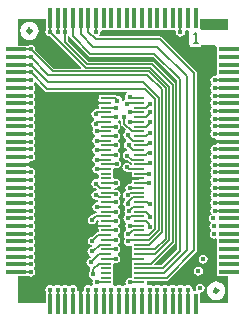
<source format=gtl>
G04*
G04 #@! TF.GenerationSoftware,Altium Limited,Altium Designer,21.7.2 (23)*
G04*
G04 Layer_Physical_Order=1*
G04 Layer_Color=255*
%FSAX44Y44*%
%MOMM*%
G71*
G04*
G04 #@! TF.SameCoordinates,1C098217-63CA-4160-87A2-FAF5BDA99962*
G04*
G04*
G04 #@! TF.FilePolarity,Positive*
G04*
G01*
G75*
%ADD12C,0.1500*%
%ADD13R,0.9500X0.2000*%
%ADD14R,1.8000X0.3500*%
%ADD15R,0.3500X1.8000*%
%ADD20C,0.3000*%
%ADD21C,0.2000*%
%ADD22C,0.4500*%
G36*
X00920750Y00589000D02*
X00898070Y00589000D01*
Y00590008D01*
X00896750D01*
Y00598500D01*
X00920750D01*
Y00589000D01*
D02*
G37*
G36*
X00886761Y00589000D02*
X00888031Y00587730D01*
X00888031Y00576500D01*
X00889071D01*
Y00575011D01*
X00898070D01*
Y00576500D01*
X00910187Y00576500D01*
X00911250Y00575230D01*
Y00570770D01*
X00911250Y00569500D01*
X00911250D01*
Y00569500D01*
X00911250D01*
Y00564270D01*
X00911250Y00563000D01*
X00911250D01*
Y00563000D01*
X00911250D01*
Y00557770D01*
X00911250Y00556500D01*
X00911250D01*
Y00556500D01*
X00911250D01*
Y00551570D01*
X00909980Y00550528D01*
X00909750Y00550574D01*
X00908287Y00550283D01*
X00907046Y00549454D01*
X00906218Y00548214D01*
X00905927Y00546750D01*
X00906218Y00545287D01*
X00906846Y00544347D01*
X00906968Y00543500D01*
X00906846Y00542653D01*
X00906218Y00541713D01*
X00905927Y00540250D01*
X00906218Y00538787D01*
X00906846Y00537847D01*
X00906968Y00537000D01*
X00906846Y00536153D01*
X00906218Y00535213D01*
X00905927Y00533750D01*
X00906218Y00532287D01*
X00906846Y00531347D01*
X00906968Y00530500D01*
X00906846Y00529653D01*
X00906218Y00528713D01*
X00905927Y00527250D01*
X00906218Y00525787D01*
X00906846Y00524847D01*
X00906968Y00524000D01*
X00906846Y00523153D01*
X00906218Y00522213D01*
X00905927Y00520750D01*
X00906218Y00519287D01*
X00906846Y00518347D01*
X00906968Y00517500D01*
X00906846Y00516653D01*
X00906218Y00515713D01*
X00905927Y00514250D01*
X00906218Y00512787D01*
X00906846Y00511847D01*
X00906968Y00511000D01*
X00906846Y00510153D01*
X00906218Y00509213D01*
X00905927Y00507750D01*
X00906218Y00506287D01*
X00906846Y00505347D01*
X00906968Y00504500D01*
X00906846Y00503653D01*
X00906218Y00502713D01*
X00905927Y00501250D01*
X00906218Y00499787D01*
X00907046Y00498547D01*
X00908287Y00497718D01*
X00909750Y00497427D01*
X00909768Y00497430D01*
X00910750Y00496625D01*
Y00495750D01*
X00921750D01*
Y00493750D01*
X00910750D01*
Y00492876D01*
X00909768Y00492070D01*
X00909750Y00492074D01*
X00908287Y00491783D01*
X00907046Y00490954D01*
X00906218Y00489713D01*
X00905927Y00488250D01*
X00906218Y00486787D01*
X00906846Y00485847D01*
X00906968Y00485000D01*
X00906846Y00484153D01*
X00906218Y00483213D01*
X00905927Y00481750D01*
X00906218Y00480287D01*
X00906846Y00479347D01*
X00906968Y00478500D01*
X00906846Y00477653D01*
X00906218Y00476713D01*
X00905927Y00475250D01*
X00906218Y00473787D01*
X00906846Y00472847D01*
X00906968Y00472000D01*
X00906846Y00471153D01*
X00906218Y00470213D01*
X00905927Y00468750D01*
X00906218Y00467287D01*
X00906846Y00466347D01*
X00906968Y00465500D01*
X00906846Y00464653D01*
X00906218Y00463713D01*
X00905927Y00462250D01*
X00906218Y00460787D01*
X00906846Y00459847D01*
X00906968Y00459000D01*
X00906846Y00458153D01*
X00906218Y00457213D01*
X00905927Y00455750D01*
X00906218Y00454287D01*
X00906846Y00453347D01*
X00906968Y00452500D01*
X00906846Y00451653D01*
X00906218Y00450713D01*
X00905927Y00449250D01*
X00906218Y00447787D01*
X00906846Y00446847D01*
X00906968Y00446000D01*
X00906846Y00445153D01*
X00906218Y00444213D01*
X00905927Y00442750D01*
X00906218Y00441287D01*
X00906846Y00440347D01*
X00906968Y00439500D01*
X00906846Y00438653D01*
X00906218Y00437713D01*
X00905927Y00436250D01*
X00906218Y00434787D01*
X00906514Y00434344D01*
X00906952Y00433455D01*
X00906190Y00432716D01*
X00905796Y00432454D01*
X00904968Y00431213D01*
X00904677Y00429750D01*
X00904968Y00428287D01*
X00905791Y00427055D01*
X00906050Y00426650D01*
Y00425701D01*
X00905221Y00424460D01*
X00904930Y00422997D01*
X00905221Y00421534D01*
X00906050Y00420294D01*
X00906061Y00420287D01*
X00906092Y00418738D01*
X00905468Y00417803D01*
X00905177Y00416340D01*
X00905468Y00414877D01*
X00906296Y00413636D01*
X00907537Y00412808D01*
X00909000Y00412516D01*
X00909980Y00412711D01*
X00911250Y00411922D01*
Y00408270D01*
X00911250Y00407000D01*
X00911250D01*
Y00407000D01*
X00911250D01*
Y00401770D01*
X00911250Y00400500D01*
X00911250D01*
Y00400500D01*
X00911250D01*
Y00395270D01*
X00911250Y00394000D01*
X00911250D01*
Y00394000D01*
X00911250D01*
Y00388770D01*
X00911250Y00387500D01*
X00911250D01*
Y00387500D01*
X00911250D01*
Y00381000D01*
X00920750D01*
Y00358500D01*
X00896750D01*
Y00366516D01*
X00897250Y00366926D01*
X00898713Y00367218D01*
X00899954Y00368046D01*
X00900782Y00369287D01*
X00901073Y00370750D01*
X00900782Y00372213D01*
X00899954Y00373454D01*
X00898713Y00374282D01*
X00897250Y00374573D01*
X00895787Y00374282D01*
X00894546Y00373454D01*
X00893718Y00372213D01*
X00893427Y00370750D01*
X00893718Y00369287D01*
X00893729Y00369270D01*
X00893050Y00368000D01*
X00891820D01*
X00890778Y00369270D01*
X00890824Y00369500D01*
X00890533Y00370963D01*
X00889704Y00372203D01*
X00888463Y00373032D01*
X00887000Y00373323D01*
X00885537Y00373032D01*
X00884297Y00372203D01*
X00883204D01*
X00881963Y00373032D01*
X00880500Y00373323D01*
X00879037Y00373032D01*
X00877797Y00372203D01*
X00876704D01*
X00875463Y00373032D01*
X00874000Y00373323D01*
X00872537Y00373032D01*
X00871297Y00372203D01*
X00870204D01*
X00868963Y00373032D01*
X00867500Y00373323D01*
X00866037Y00373032D01*
X00864797Y00372203D01*
X00863704D01*
X00862463Y00373032D01*
X00861000Y00373323D01*
X00859537Y00373032D01*
X00858297Y00372203D01*
X00857204D01*
X00855963Y00373032D01*
X00854500Y00373323D01*
X00853420Y00373109D01*
X00852398Y00373706D01*
X00852150Y00373967D01*
Y00376951D01*
X00854050D01*
X00854050Y00376951D01*
X00869000D01*
X00869976Y00377145D01*
X00870803Y00377698D01*
X00894052Y00400948D01*
X00894605Y00401774D01*
X00894799Y00402750D01*
Y00552519D01*
X00894605Y00553494D01*
X00894052Y00554321D01*
X00865305Y00583069D01*
X00864478Y00583622D01*
X00863502Y00583816D01*
X00812459D01*
X00812252Y00584084D01*
X00811897Y00585086D01*
X00812532Y00586037D01*
X00812823Y00587500D01*
X00812777Y00587730D01*
X00813820Y00589000D01*
X00817480D01*
X00818750Y00589000D01*
Y00589000D01*
X00818750D01*
Y00589000D01*
X00823980D01*
X00825250Y00589000D01*
Y00589000D01*
X00825250D01*
Y00589000D01*
X00830480D01*
X00831750Y00589000D01*
Y00589000D01*
X00831750D01*
Y00589000D01*
X00836980D01*
X00838250Y00589000D01*
Y00589000D01*
X00838250D01*
Y00589000D01*
X00843480D01*
X00844750Y00589000D01*
Y00589000D01*
X00844750D01*
Y00589000D01*
X00849980D01*
X00851250Y00589000D01*
Y00589000D01*
X00851250D01*
Y00589000D01*
X00856480D01*
X00857750Y00589000D01*
Y00589000D01*
X00857750D01*
Y00589000D01*
X00862980D01*
X00864250Y00589000D01*
Y00589000D01*
X00864250D01*
Y00589000D01*
X00869480D01*
X00870750Y00589000D01*
Y00589000D01*
X00870750D01*
Y00589000D01*
X00875680D01*
X00876722Y00587730D01*
X00876676Y00587500D01*
X00876968Y00586037D01*
X00877796Y00584796D01*
X00879037Y00583968D01*
X00880500Y00583677D01*
X00881963Y00583968D01*
X00883204Y00584796D01*
X00884032Y00586037D01*
X00884323Y00587500D01*
X00884278Y00587730D01*
X00885320Y00589000D01*
X00886761D01*
D02*
G37*
G36*
X00766750Y00589386D02*
X00766467Y00588963D01*
X00766176Y00587500D01*
X00766467Y00586037D01*
X00767296Y00584796D01*
X00768537Y00583968D01*
X00770000Y00583677D01*
X00770483Y00583773D01*
X00796538Y00557717D01*
X00796052Y00556544D01*
X00773200D01*
X00757477Y00572267D01*
X00757573Y00572750D01*
X00757282Y00574213D01*
X00756454Y00575454D01*
X00755213Y00576282D01*
X00753750Y00576573D01*
X00752287Y00576282D01*
X00751864Y00576000D01*
X00742750D01*
Y00598500D01*
X00766750D01*
Y00589386D01*
D02*
G37*
G36*
X00766128Y00537628D02*
X00766872Y00537131D01*
X00767750Y00536956D01*
X00767750Y00536956D01*
X00834930D01*
X00835132Y00536707D01*
X00834875Y00535009D01*
X00834797Y00534956D01*
X00833968Y00533716D01*
X00833677Y00532253D01*
X00833945Y00530904D01*
X00833537Y00529782D01*
X00832296Y00528954D01*
X00832243Y00528874D01*
X00831047Y00529369D01*
X00831073Y00529502D01*
X00830782Y00530966D01*
X00829953Y00532206D01*
X00828713Y00533035D01*
X00827250Y00533326D01*
X00827067Y00533290D01*
X00827055Y00533302D01*
X00826228Y00533855D01*
X00825252Y00534049D01*
X00817600D01*
X00817354Y00534000D01*
X00811350D01*
Y00530500D01*
X00810850D01*
Y00528500D01*
X00817600D01*
Y00526500D01*
X00810850D01*
Y00524500D01*
X00811350D01*
Y00522049D01*
X00809450D01*
X00809291Y00522017D01*
X00808999Y00522075D01*
X00807536Y00521784D01*
X00806295Y00520956D01*
X00805467Y00519715D01*
X00805175Y00518252D01*
X00805467Y00516789D01*
X00806295Y00515548D01*
X00807536Y00514720D01*
X00807763Y00513379D01*
X00807647Y00513302D01*
X00807414Y00512952D01*
X00806295Y00512205D01*
X00805467Y00510965D01*
X00805175Y00509501D01*
X00805467Y00508038D01*
X00806295Y00506798D01*
X00806384Y00505211D01*
X00806218Y00504963D01*
X00805927Y00503500D01*
X00806218Y00502037D01*
X00807046Y00500796D01*
X00807931Y00500205D01*
X00807986Y00500024D01*
Y00498975D01*
X00807931Y00498794D01*
X00807046Y00498204D01*
X00806218Y00496963D01*
X00805927Y00495500D01*
X00806218Y00494037D01*
X00807046Y00492796D01*
X00807931Y00492206D01*
X00807986Y00492024D01*
Y00490975D01*
X00807931Y00490794D01*
X00807046Y00490204D01*
X00806218Y00488963D01*
X00805927Y00487500D01*
X00806218Y00486037D01*
X00807046Y00484796D01*
X00807931Y00484206D01*
X00807986Y00484024D01*
Y00482976D01*
X00807931Y00482794D01*
X00807046Y00482203D01*
X00806218Y00480963D01*
X00805927Y00479500D01*
X00806218Y00478037D01*
X00807046Y00476796D01*
X00807931Y00476205D01*
X00807986Y00476024D01*
Y00474976D01*
X00807931Y00474794D01*
X00807046Y00474203D01*
X00806218Y00472963D01*
X00805927Y00471500D01*
X00806218Y00470037D01*
X00807046Y00468796D01*
X00808287Y00467967D01*
X00809750Y00467677D01*
X00810080Y00467742D01*
X00811350Y00466700D01*
Y00463599D01*
X00810080Y00462857D01*
X00808999Y00463073D01*
X00807536Y00462781D01*
X00806295Y00461953D01*
X00805467Y00460712D01*
X00805175Y00459249D01*
X00805467Y00457786D01*
X00806295Y00456545D01*
X00807536Y00455717D01*
X00808650Y00455495D01*
X00809658Y00454487D01*
X00809032Y00453317D01*
X00809000Y00453323D01*
X00807537Y00453032D01*
X00806296Y00452204D01*
X00805468Y00450963D01*
X00805177Y00449500D01*
X00805468Y00448037D01*
X00806296Y00446796D01*
X00807537Y00445968D01*
X00809000Y00445677D01*
X00809534Y00445783D01*
X00809619Y00445698D01*
X00810446Y00445145D01*
X00810624Y00444305D01*
X00809883Y00443473D01*
X00809646Y00443303D01*
X00808287Y00443032D01*
X00807046Y00442204D01*
X00806218Y00440963D01*
X00805927Y00439500D01*
X00806218Y00438037D01*
X00807046Y00436796D01*
X00808287Y00435968D01*
X00809400Y00435746D01*
X00810136Y00434844D01*
X00810299Y00434491D01*
X00810141Y00434049D01*
X00808751D01*
X00807776Y00433855D01*
X00806949Y00433302D01*
X00805931Y00432285D01*
X00805749Y00432321D01*
X00804286Y00432030D01*
X00803045Y00431201D01*
X00802216Y00429961D01*
X00801925Y00428498D01*
X00802216Y00427034D01*
X00803045Y00425794D01*
X00804286Y00424965D01*
X00805749Y00424674D01*
X00807212Y00424965D01*
X00808452Y00425794D01*
X00809281Y00427034D01*
X00809398Y00427622D01*
X00810813Y00428228D01*
X00811350Y00427889D01*
Y00426500D01*
X00810850D01*
Y00424500D01*
X00817600D01*
Y00422500D01*
X00810850D01*
Y00420500D01*
X00811350D01*
Y00418049D01*
X00811002D01*
X00810027Y00417855D01*
X00809200Y00417302D01*
X00806181Y00414284D01*
X00805999Y00414320D01*
X00804536Y00414029D01*
X00803295Y00413200D01*
X00802466Y00411960D01*
X00802175Y00410497D01*
X00802466Y00409034D01*
X00803295Y00407793D01*
X00804536Y00406964D01*
X00805275Y00406817D01*
Y00405522D01*
X00804069Y00405282D01*
X00802829Y00404454D01*
X00802000Y00403213D01*
X00801709Y00401750D01*
X00802000Y00400287D01*
X00802829Y00399046D01*
X00804069Y00398218D01*
X00804088Y00398200D01*
X00804567Y00396824D01*
X00804145Y00396235D01*
X00803287Y00396065D01*
X00802046Y00395236D01*
X00801218Y00393995D01*
X00800927Y00392532D01*
X00801218Y00391069D01*
X00802046Y00389829D01*
X00803287Y00389000D01*
X00803644Y00388929D01*
X00804148Y00388149D01*
X00804341Y00387495D01*
X00804201Y00386791D01*
Y00385057D01*
X00804046Y00384954D01*
X00803218Y00383713D01*
X00802927Y00382250D01*
X00803218Y00380787D01*
X00804046Y00379546D01*
X00805287Y00378718D01*
X00805795Y00378616D01*
X00806379Y00377205D01*
X00806218Y00376963D01*
X00805927Y00375500D01*
X00806218Y00374037D01*
X00806360Y00373824D01*
X00806077Y00372583D01*
X00805031Y00372319D01*
X00803963Y00373032D01*
X00802500Y00373323D01*
X00801037Y00373032D01*
X00799797Y00372203D01*
X00798968Y00370963D01*
X00798677Y00369500D01*
X00798680Y00369482D01*
X00797875Y00368500D01*
X00797000D01*
Y00357500D01*
X00795000D01*
Y00368500D01*
X00794126D01*
X00793320Y00369482D01*
X00793324Y00369500D01*
X00793032Y00370963D01*
X00792204Y00372203D01*
X00790963Y00373032D01*
X00789500Y00373323D01*
X00788037Y00373032D01*
X00786796Y00372203D01*
X00785704D01*
X00784463Y00373032D01*
X00783000Y00373323D01*
X00781537Y00373032D01*
X00780296Y00372203D01*
X00779204D01*
X00777963Y00373032D01*
X00776500Y00373323D01*
X00775037Y00373032D01*
X00773796Y00372203D01*
X00772704D01*
X00771463Y00373032D01*
X00770000Y00373323D01*
X00768537Y00373032D01*
X00767296Y00372203D01*
X00766468Y00370963D01*
X00766177Y00369500D01*
X00766468Y00368037D01*
X00766750Y00367614D01*
Y00358500D01*
X00742750D01*
Y00381000D01*
X00751864D01*
X00752287Y00380717D01*
X00753750Y00380426D01*
X00755213Y00380717D01*
X00756454Y00381546D01*
X00757282Y00382786D01*
X00757573Y00384250D01*
X00757282Y00385713D01*
X00756654Y00386653D01*
X00756532Y00387500D01*
X00756654Y00388346D01*
X00757282Y00389286D01*
X00757573Y00390750D01*
X00757282Y00392213D01*
X00756654Y00393153D01*
X00756532Y00394000D01*
X00756654Y00394846D01*
X00757282Y00395787D01*
X00757573Y00397250D01*
X00757282Y00398713D01*
X00756654Y00399653D01*
X00756532Y00400500D01*
X00756654Y00401347D01*
X00757282Y00402286D01*
X00757573Y00403750D01*
X00757282Y00405213D01*
X00756654Y00406153D01*
X00756532Y00407000D01*
X00756654Y00407846D01*
X00757282Y00408787D01*
X00757573Y00410250D01*
X00757282Y00411713D01*
X00756654Y00412653D01*
X00756532Y00413500D01*
X00756654Y00414347D01*
X00757282Y00415286D01*
X00757573Y00416750D01*
X00757282Y00418213D01*
X00756654Y00419153D01*
X00756532Y00420000D01*
X00756654Y00420847D01*
X00757282Y00421786D01*
X00757573Y00423250D01*
X00757282Y00424713D01*
X00756654Y00425653D01*
X00756532Y00426500D01*
X00756654Y00427347D01*
X00757282Y00428287D01*
X00757573Y00429750D01*
X00757282Y00431213D01*
X00756654Y00432153D01*
X00756532Y00433000D01*
X00756654Y00433847D01*
X00757282Y00434787D01*
X00757573Y00436250D01*
X00757282Y00437713D01*
X00756654Y00438653D01*
X00756532Y00439500D01*
X00756654Y00440347D01*
X00757282Y00441287D01*
X00757573Y00442750D01*
X00757282Y00444213D01*
X00756654Y00445153D01*
X00756532Y00446000D01*
X00756654Y00446847D01*
X00757282Y00447787D01*
X00757573Y00449250D01*
X00757282Y00450713D01*
X00756654Y00451653D01*
X00756532Y00452500D01*
X00756654Y00453347D01*
X00757282Y00454287D01*
X00757573Y00455750D01*
X00757282Y00457213D01*
X00756654Y00458153D01*
X00756532Y00459000D01*
X00756654Y00459847D01*
X00757282Y00460787D01*
X00757573Y00462250D01*
X00757282Y00463713D01*
X00756654Y00464653D01*
X00756532Y00465500D01*
X00756654Y00466347D01*
X00757282Y00467287D01*
X00757573Y00468750D01*
X00757282Y00470213D01*
X00756454Y00471453D01*
X00755213Y00472282D01*
X00753750Y00472573D01*
X00753732Y00472570D01*
X00752750Y00473375D01*
Y00474250D01*
X00741750D01*
Y00476250D01*
X00752750D01*
Y00477124D01*
X00753732Y00477930D01*
X00753750Y00477926D01*
X00755213Y00478217D01*
X00756454Y00479046D01*
X00757282Y00480287D01*
X00757573Y00481750D01*
X00757282Y00483213D01*
X00756654Y00484153D01*
X00756532Y00485000D01*
X00756654Y00485847D01*
X00757282Y00486787D01*
X00757573Y00488250D01*
X00757282Y00489713D01*
X00756654Y00490653D01*
X00756532Y00491500D01*
X00756654Y00492347D01*
X00757282Y00493287D01*
X00757573Y00494750D01*
X00757282Y00496213D01*
X00756654Y00497153D01*
X00756532Y00498000D01*
X00756654Y00498847D01*
X00757282Y00499787D01*
X00757573Y00501250D01*
X00757282Y00502713D01*
X00756654Y00503653D01*
X00756532Y00504500D01*
X00756654Y00505347D01*
X00757282Y00506287D01*
X00757573Y00507750D01*
X00757282Y00509213D01*
X00756654Y00510153D01*
X00756532Y00511000D01*
X00756654Y00511847D01*
X00757282Y00512787D01*
X00757573Y00514250D01*
X00757282Y00515713D01*
X00756654Y00516653D01*
X00756532Y00517500D01*
X00756654Y00518347D01*
X00757282Y00519287D01*
X00757573Y00520750D01*
X00757282Y00522213D01*
X00756654Y00523153D01*
X00756532Y00524000D01*
X00756654Y00524847D01*
X00757282Y00525787D01*
X00757573Y00527250D01*
X00757282Y00528713D01*
X00756654Y00529653D01*
X00756532Y00530500D01*
X00756654Y00531347D01*
X00757282Y00532287D01*
X00757573Y00533750D01*
X00757282Y00535213D01*
X00756654Y00536153D01*
X00756532Y00537000D01*
X00756654Y00537847D01*
X00757282Y00538787D01*
X00757573Y00540250D01*
X00757282Y00541713D01*
X00756654Y00542653D01*
X00756532Y00543500D01*
X00756654Y00544347D01*
X00757038Y00544921D01*
X00758477Y00545279D01*
X00766128Y00537628D01*
D02*
G37*
G36*
X00829727Y00512624D02*
X00830451Y00511892D01*
Y00509858D01*
X00830645Y00508882D01*
X00831198Y00508055D01*
X00834224Y00505029D01*
X00833970Y00503487D01*
X00833359Y00503078D01*
X00832530Y00501838D01*
X00832239Y00500375D01*
X00832530Y00498912D01*
X00833359Y00497671D01*
X00834599Y00496842D01*
X00834870Y00496344D01*
X00835161Y00495127D01*
X00833920Y00494298D01*
X00833092Y00493058D01*
X00832801Y00491595D01*
X00833092Y00490132D01*
X00833920Y00488891D01*
X00835161Y00488062D01*
X00835445Y00488006D01*
Y00486711D01*
X00834237Y00486471D01*
X00832997Y00485642D01*
X00832168Y00484401D01*
X00831877Y00482938D01*
X00832168Y00481475D01*
X00832997Y00480235D01*
X00834237Y00479406D01*
X00835700Y00479115D01*
X00835882Y00479151D01*
X00837336Y00477697D01*
X00838163Y00477145D01*
X00839138Y00476951D01*
X00839650D01*
Y00475451D01*
X00838380Y00475065D01*
X00837954Y00475704D01*
X00836713Y00476532D01*
X00835250Y00476823D01*
X00833787Y00476532D01*
X00832546Y00475704D01*
X00831718Y00474463D01*
X00831427Y00473000D01*
X00831718Y00471537D01*
X00832546Y00470296D01*
X00833787Y00469468D01*
X00835250Y00469177D01*
X00835618Y00469250D01*
X00835775Y00469145D01*
X00836750Y00468951D01*
X00839650D01*
Y00466500D01*
X00839150D01*
Y00464500D01*
X00845900D01*
Y00462500D01*
X00839150D01*
Y00460500D01*
X00839150Y00460500D01*
Y00460500D01*
X00838681Y00459424D01*
X00838380Y00459198D01*
X00837750Y00459323D01*
X00836287Y00459032D01*
X00835046Y00458204D01*
X00834218Y00456963D01*
X00833927Y00455500D01*
X00834142Y00454418D01*
X00834318Y00453158D01*
X00833078Y00452329D01*
X00832249Y00451089D01*
X00831958Y00449626D01*
X00832249Y00448163D01*
X00833078Y00446922D01*
X00833540Y00446614D01*
Y00445086D01*
X00833390Y00444986D01*
X00832562Y00443746D01*
X00832271Y00442283D01*
X00832562Y00440820D01*
X00833390Y00439579D01*
X00833506Y00439502D01*
X00833660Y00437872D01*
X00833218Y00437211D01*
X00832927Y00435748D01*
X00833218Y00434285D01*
X00833384Y00434037D01*
X00833297Y00432451D01*
X00832468Y00431211D01*
X00832177Y00429748D01*
X00832468Y00428284D01*
X00833297Y00427044D01*
X00833839Y00426682D01*
X00834288Y00425068D01*
X00834218Y00424963D01*
X00833927Y00423500D01*
X00834218Y00422037D01*
X00834850Y00421090D01*
X00834810Y00420251D01*
X00834532Y00419612D01*
X00833546Y00418954D01*
X00832718Y00417713D01*
X00832427Y00416250D01*
X00832718Y00414787D01*
X00833192Y00414077D01*
X00833528Y00413452D01*
X00833288Y00412192D01*
X00832968Y00411713D01*
X00832677Y00410250D01*
X00832968Y00408787D01*
X00833796Y00407546D01*
X00835037Y00406718D01*
X00836500Y00406427D01*
X00837963Y00406718D01*
X00838380Y00406996D01*
X00839650Y00406317D01*
Y00398500D01*
X00839150D01*
Y00396500D01*
X00845900D01*
Y00394500D01*
X00839150D01*
Y00392500D01*
X00839650D01*
Y00380152D01*
X00838380Y00379198D01*
X00837750Y00379324D01*
X00836287Y00379033D01*
X00835046Y00378204D01*
X00834218Y00376963D01*
X00833927Y00375500D01*
X00834218Y00374037D01*
X00834094Y00373739D01*
X00833416Y00372951D01*
X00832297Y00372203D01*
X00831204D01*
X00829963Y00373032D01*
X00828500Y00373323D01*
X00827037Y00373032D01*
X00825862Y00372248D01*
X00825184Y00372258D01*
X00824325Y00372595D01*
X00824212Y00372686D01*
X00823850Y00373746D01*
Y00381000D01*
Y00390848D01*
X00825120Y00391802D01*
X00825750Y00391677D01*
X00827213Y00391968D01*
X00828454Y00392797D01*
X00829282Y00394037D01*
X00829573Y00395500D01*
X00829282Y00396963D01*
X00828454Y00398204D01*
X00827569Y00398795D01*
X00827514Y00398976D01*
Y00400024D01*
X00827569Y00400206D01*
X00828454Y00400797D01*
X00829282Y00402037D01*
X00829573Y00403500D01*
X00829282Y00404963D01*
X00828454Y00406204D01*
X00827569Y00406795D01*
X00827514Y00406976D01*
Y00408024D01*
X00827569Y00408206D01*
X00828454Y00408797D01*
X00829282Y00410037D01*
X00829573Y00411500D01*
X00829282Y00412963D01*
X00828454Y00414204D01*
X00827569Y00414795D01*
X00827514Y00414976D01*
Y00416025D01*
X00827569Y00416206D01*
X00828454Y00416796D01*
X00829282Y00418037D01*
X00829573Y00419500D01*
X00829282Y00420963D01*
X00828454Y00422204D01*
X00827569Y00422794D01*
X00827514Y00422976D01*
Y00424025D01*
X00827569Y00424206D01*
X00828454Y00424796D01*
X00829282Y00426037D01*
X00829573Y00427500D01*
X00829282Y00428963D01*
X00828454Y00430204D01*
X00827569Y00430794D01*
X00827514Y00430976D01*
Y00432024D01*
X00827569Y00432206D01*
X00828454Y00432796D01*
X00829282Y00434037D01*
X00829573Y00435500D01*
X00829282Y00436963D01*
X00828454Y00438204D01*
X00827569Y00438794D01*
X00827514Y00438976D01*
Y00440024D01*
X00827569Y00440206D01*
X00828454Y00440796D01*
X00829282Y00442037D01*
X00829573Y00443500D01*
X00829282Y00444963D01*
X00828454Y00446204D01*
X00828948Y00447400D01*
X00829708Y00448537D01*
X00829999Y00450000D01*
X00829708Y00451463D01*
X00828879Y00452704D01*
X00827638Y00453532D01*
X00826175Y00453823D01*
X00825286Y00453647D01*
X00824974Y00453855D01*
X00824712Y00453907D01*
X00824509Y00454799D01*
X00825515Y00455723D01*
X00825750Y00455676D01*
X00827213Y00455968D01*
X00828454Y00456796D01*
X00829282Y00458037D01*
X00829573Y00459500D01*
X00829282Y00460963D01*
X00828454Y00462203D01*
X00827213Y00463032D01*
X00825750Y00463323D01*
X00825120Y00463198D01*
X00823850Y00464152D01*
Y00471733D01*
X00825005Y00472448D01*
X00825120Y00472451D01*
X00826500Y00472176D01*
X00827963Y00472467D01*
X00829203Y00473296D01*
X00830032Y00474537D01*
X00830323Y00476000D01*
X00830032Y00477463D01*
X00829203Y00478703D01*
X00828405Y00479237D01*
X00828274Y00480559D01*
X00828318Y00480706D01*
X00828454Y00480796D01*
X00829282Y00482037D01*
X00829573Y00483500D01*
X00829282Y00484963D01*
X00828454Y00486203D01*
X00827569Y00486794D01*
X00827514Y00486976D01*
Y00488024D01*
X00827569Y00488205D01*
X00828454Y00488796D01*
X00829282Y00490037D01*
X00829573Y00491500D01*
X00829282Y00492963D01*
X00828454Y00494203D01*
X00827569Y00494794D01*
X00827514Y00494976D01*
Y00496024D01*
X00827569Y00496205D01*
X00828454Y00496796D01*
X00829282Y00498037D01*
X00829573Y00499500D01*
X00829282Y00500963D01*
X00828454Y00502203D01*
X00827569Y00502794D01*
X00827514Y00502976D01*
Y00504024D01*
X00827569Y00504206D01*
X00828454Y00504796D01*
X00829282Y00506037D01*
X00829573Y00507500D01*
X00829282Y00508963D01*
X00828454Y00510203D01*
X00827569Y00510794D01*
X00827514Y00510975D01*
Y00512024D01*
X00827569Y00512206D01*
X00828454Y00512796D01*
X00829727Y00512624D01*
D02*
G37*
G36*
X00787086Y00583319D02*
X00787145Y00583025D01*
X00787697Y00582198D01*
X00802448Y00567448D01*
X00803275Y00566895D01*
X00804250Y00566701D01*
X00857500D01*
X00877701Y00546500D01*
Y00403306D01*
X00864444Y00390049D01*
X00858859D01*
X00858373Y00391222D01*
X00875642Y00408491D01*
X00875642Y00408491D01*
X00876139Y00409235D01*
X00876314Y00410113D01*
Y00542572D01*
X00876139Y00543450D01*
X00875642Y00544194D01*
X00857964Y00561872D01*
X00857220Y00562369D01*
X00856342Y00562544D01*
X00802443D01*
X00785294Y00579693D01*
Y00583597D01*
X00785721Y00583903D01*
X00785758Y00583906D01*
X00787086Y00583319D01*
D02*
G37*
%LPC*%
G36*
X00899702Y00399020D02*
X00898239Y00398729D01*
X00896998Y00397900D01*
X00896169Y00396660D01*
X00895878Y00395196D01*
X00896169Y00393733D01*
X00896998Y00392493D01*
X00898239Y00391664D01*
X00899702Y00391373D01*
X00901165Y00391664D01*
X00902405Y00392493D01*
X00903234Y00393733D01*
X00903525Y00395196D01*
X00903234Y00396660D01*
X00902405Y00397900D01*
X00901165Y00398729D01*
X00899702Y00399020D01*
D02*
G37*
G36*
X00895750Y00388803D02*
X00894287Y00388512D01*
X00893046Y00387684D01*
X00892218Y00386443D01*
X00891927Y00384980D01*
X00892218Y00383517D01*
X00893046Y00382276D01*
X00894287Y00381448D01*
X00895750Y00381157D01*
X00897213Y00381448D01*
X00898454Y00382276D01*
X00899282Y00383517D01*
X00899573Y00384980D01*
X00899282Y00386443D01*
X00898454Y00387684D01*
X00897213Y00388512D01*
X00895750Y00388803D01*
D02*
G37*
G36*
X00910750Y00376317D02*
X00908727Y00376050D01*
X00906842Y00375270D01*
X00905223Y00374027D01*
X00903980Y00372408D01*
X00903199Y00370523D01*
X00902933Y00368500D01*
X00903199Y00366477D01*
X00903980Y00364591D01*
X00905223Y00362973D01*
X00906842Y00361730D01*
X00908727Y00360950D01*
X00910750Y00360683D01*
X00912773Y00360950D01*
X00914658Y00361730D01*
X00916277Y00362973D01*
X00917520Y00364591D01*
X00918300Y00366477D01*
X00918567Y00368500D01*
X00918300Y00370523D01*
X00917520Y00372408D01*
X00916277Y00374027D01*
X00914658Y00375270D01*
X00912773Y00376050D01*
X00910750Y00376317D01*
D02*
G37*
G36*
X00752750Y00596317D02*
X00750727Y00596050D01*
X00748842Y00595270D01*
X00747223Y00594027D01*
X00745980Y00592408D01*
X00745200Y00590523D01*
X00744933Y00588500D01*
X00745200Y00586477D01*
X00745980Y00584592D01*
X00747223Y00582973D01*
X00748842Y00581730D01*
X00750727Y00580950D01*
X00752750Y00580683D01*
X00754773Y00580950D01*
X00756658Y00581730D01*
X00758277Y00582973D01*
X00759520Y00584592D01*
X00760301Y00586477D01*
X00760567Y00588500D01*
X00760301Y00590523D01*
X00759520Y00592408D01*
X00758277Y00594027D01*
X00756658Y00595270D01*
X00754773Y00596050D01*
X00752750Y00596317D01*
D02*
G37*
%LPD*%
D12*
X00859020Y00420728D02*
Y00530698D01*
X00862020Y00419485D02*
Y00531941D01*
X00865020Y00418242D02*
Y00538844D01*
X00868020Y00412598D02*
Y00540087D01*
X00871020Y00411356D02*
Y00541329D01*
X00874020Y00410113D02*
Y00542572D01*
X00855347Y00391440D02*
X00874020Y00410113D01*
X00856342Y00560250D02*
X00874020Y00542572D01*
X00859164Y00399500D02*
X00871020Y00411356D01*
X00855099Y00557250D02*
X00871020Y00541329D01*
X00858922Y00403500D02*
X00868020Y00412598D01*
X00853857Y00554250D02*
X00868020Y00540087D01*
X00854278Y00407500D02*
X00865020Y00418242D01*
X00852614Y00551250D02*
X00865020Y00538844D01*
X00854035Y00411500D02*
X00862020Y00419485D01*
X00848711Y00545250D02*
X00862020Y00531941D01*
X00853793Y00415500D02*
X00859020Y00420728D01*
X00850469Y00539250D02*
X00859020Y00530698D01*
X00845900Y00407500D02*
X00854278D01*
X00768250Y00545250D02*
X00848711D01*
X00845900Y00411500D02*
X00854035D01*
X00767750Y00539250D02*
X00850469D01*
X00845900Y00415500D02*
X00853793D01*
X00845960Y00391440D02*
X00855347D01*
X00845900Y00403500D02*
X00858922D01*
X00845900Y00399500D02*
X00859164D01*
X00845900Y00391500D02*
X00845960Y00391440D01*
X00770000Y00587500D02*
X00800250Y00557250D01*
X00855099D01*
X00783000Y00578743D02*
Y00587500D01*
Y00578743D02*
X00801492Y00560250D01*
X00856342D01*
X00753750Y00572750D02*
X00772250Y00554250D01*
X00853857D01*
X00753750Y00559750D02*
X00768250Y00545250D01*
X00753750Y00566250D02*
X00768750Y00551250D01*
X00852614D01*
X00817600Y00423500D02*
X00817600Y00423500D01*
X00753750Y00553250D02*
X00767750Y00539250D01*
X00892071Y00578011D02*
X00895070D01*
X00893570D01*
Y00587008D01*
X00892071Y00585508D01*
D13*
X00817600Y00515500D02*
D03*
Y00511500D02*
D03*
Y00507500D02*
D03*
Y00531500D02*
D03*
Y00527500D02*
D03*
Y00523500D02*
D03*
Y00519500D02*
D03*
X00845900Y00515500D02*
D03*
Y00511500D02*
D03*
Y00507500D02*
D03*
Y00531500D02*
D03*
Y00527500D02*
D03*
Y00523500D02*
D03*
Y00519500D02*
D03*
Y00491500D02*
D03*
X00817600D02*
D03*
Y00495500D02*
D03*
X00845900D02*
D03*
X00817600Y00499500D02*
D03*
X00845900D02*
D03*
X00817600Y00503500D02*
D03*
X00845900D02*
D03*
Y00475500D02*
D03*
X00817600D02*
D03*
Y00479500D02*
D03*
X00845900D02*
D03*
X00817600Y00483500D02*
D03*
X00845900D02*
D03*
X00817600Y00487500D02*
D03*
X00845900D02*
D03*
Y00459500D02*
D03*
X00817600D02*
D03*
Y00463500D02*
D03*
X00845900D02*
D03*
X00817600Y00467500D02*
D03*
X00845900D02*
D03*
X00817600Y00471500D02*
D03*
X00845900D02*
D03*
Y00443500D02*
D03*
X00817600D02*
D03*
Y00447500D02*
D03*
X00845900D02*
D03*
X00817600Y00451500D02*
D03*
X00845900D02*
D03*
X00817600Y00455500D02*
D03*
X00845900D02*
D03*
Y00427500D02*
D03*
X00817600D02*
D03*
Y00431500D02*
D03*
X00845900D02*
D03*
X00817600Y00435500D02*
D03*
X00845900D02*
D03*
X00817600Y00439500D02*
D03*
X00845900D02*
D03*
Y00411500D02*
D03*
X00817600D02*
D03*
Y00415500D02*
D03*
X00845900D02*
D03*
X00817600Y00419500D02*
D03*
X00845900D02*
D03*
X00817600Y00423500D02*
D03*
X00845900D02*
D03*
Y00395500D02*
D03*
X00817600D02*
D03*
Y00399500D02*
D03*
X00845900D02*
D03*
X00817600Y00403500D02*
D03*
X00845900D02*
D03*
X00817600Y00407500D02*
D03*
X00845900D02*
D03*
Y00391500D02*
D03*
X00817600D02*
D03*
X00845900Y00387500D02*
D03*
X00817600D02*
D03*
X00845900Y00383500D02*
D03*
X00817600D02*
D03*
X00845900Y00375500D02*
D03*
X00817600Y00379500D02*
D03*
Y00375500D02*
D03*
X00845900Y00379500D02*
D03*
D14*
X00741750Y00566250D02*
D03*
Y00572750D02*
D03*
Y00559750D02*
D03*
Y00546750D02*
D03*
Y00553250D02*
D03*
Y00533750D02*
D03*
Y00540250D02*
D03*
Y00520750D02*
D03*
Y00527250D02*
D03*
Y00507750D02*
D03*
Y00514250D02*
D03*
Y00494750D02*
D03*
Y00501250D02*
D03*
Y00481750D02*
D03*
Y00488250D02*
D03*
Y00397250D02*
D03*
Y00390750D02*
D03*
Y00410250D02*
D03*
Y00403750D02*
D03*
Y00423250D02*
D03*
Y00416750D02*
D03*
Y00436250D02*
D03*
Y00429750D02*
D03*
Y00449250D02*
D03*
Y00442750D02*
D03*
Y00462250D02*
D03*
Y00455750D02*
D03*
Y00468750D02*
D03*
Y00475250D02*
D03*
Y00384250D02*
D03*
X00921750Y00572750D02*
D03*
Y00481750D02*
D03*
Y00488250D02*
D03*
Y00501250D02*
D03*
Y00494750D02*
D03*
Y00514250D02*
D03*
Y00507750D02*
D03*
Y00527250D02*
D03*
Y00520750D02*
D03*
Y00540250D02*
D03*
Y00533750D02*
D03*
Y00553250D02*
D03*
Y00546750D02*
D03*
Y00566250D02*
D03*
Y00559750D02*
D03*
Y00468750D02*
D03*
Y00475250D02*
D03*
Y00455750D02*
D03*
Y00462250D02*
D03*
Y00442750D02*
D03*
Y00449250D02*
D03*
Y00429750D02*
D03*
Y00436250D02*
D03*
Y00416750D02*
D03*
Y00423250D02*
D03*
Y00403750D02*
D03*
Y00410250D02*
D03*
Y00397250D02*
D03*
Y00384250D02*
D03*
Y00390750D02*
D03*
D15*
X00867500Y00357500D02*
D03*
X00874000D02*
D03*
X00887000D02*
D03*
X00880500D02*
D03*
X00893500D02*
D03*
X00854500D02*
D03*
X00861000D02*
D03*
X00841500D02*
D03*
X00848000D02*
D03*
X00828500D02*
D03*
X00835000D02*
D03*
X00815500D02*
D03*
X00822000D02*
D03*
X00802500D02*
D03*
X00809000D02*
D03*
X00789500D02*
D03*
X00796000D02*
D03*
X00783000D02*
D03*
X00770000D02*
D03*
X00776500D02*
D03*
X00887000Y00599500D02*
D03*
X00893500D02*
D03*
X00880500D02*
D03*
X00867500D02*
D03*
X00874000D02*
D03*
X00854500D02*
D03*
X00861000D02*
D03*
X00841500D02*
D03*
X00848000D02*
D03*
X00828500D02*
D03*
X00835000D02*
D03*
X00815500D02*
D03*
X00822000D02*
D03*
X00802500D02*
D03*
X00809000D02*
D03*
X00770000D02*
D03*
X00783000D02*
D03*
X00776500D02*
D03*
X00789500D02*
D03*
X00796000D02*
D03*
D20*
X00912250Y00368500D02*
G03*
X00912250Y00368500I-00001500J00000000D01*
G01*
X00754250Y00588500D02*
G03*
X00754250Y00588500I-00001500J00000000D01*
G01*
D21*
X00845894Y00403495D02*
X00845900Y00403500D01*
X00835782Y00449626D02*
X00836458D01*
X00836500Y00443500D02*
X00840500Y00447500D01*
X00845900D01*
X00836458Y00449626D02*
X00837812Y00450980D01*
X00839622D01*
X00808751Y00431500D02*
X00817600D01*
X00805749Y00428498D02*
X00808751Y00431500D01*
X00806750Y00382250D02*
Y00386791D01*
X00811459Y00391500D02*
X00817600D01*
X00806750Y00386791D02*
X00811459Y00391500D01*
X00835000Y00526250D02*
X00836250Y00527500D01*
X00839065Y00531500D02*
X00845900D01*
X00838312Y00532253D02*
X00839065Y00531500D01*
X00837500Y00532253D02*
X00838312D01*
X00837667Y00464382D02*
X00838549Y00463500D01*
X00845900D01*
X00836990Y00464382D02*
X00837667D01*
X00809450Y00503500D02*
X00817600D01*
X00853600Y00475500D02*
X00854713Y00476614D01*
X00854072Y00484721D02*
X00854550Y00485200D01*
X00852250Y00491500D02*
X00854501Y00493751D01*
X00839358Y00503500D02*
X00845900D01*
X00833000Y00509858D02*
X00839358Y00503500D01*
X00836063Y00499813D02*
Y00500375D01*
X00817600Y00491500D02*
X00825750D01*
X00817600Y00483500D02*
X00825750D01*
X00826000Y00475500D02*
X00826500Y00476000D01*
X00835250Y00473000D02*
X00836750Y00471500D01*
X00817600Y00459500D02*
X00825750D01*
X00825499Y00450000D02*
X00826175D01*
X00805750Y00419750D02*
X00809500Y00423500D01*
X00809000Y00449500D02*
X00809422D01*
X00805999Y00410497D02*
X00811002Y00415500D01*
X00805532Y00401750D02*
X00806564D01*
X00835700Y00482938D02*
X00839138Y00479500D01*
X00817600Y00443500D02*
X00825750D01*
X00836750Y00471500D02*
X00845900D01*
X00854328Y00441500D02*
X00854750D01*
X00809750Y00479500D02*
X00817600D01*
X00809450D02*
X00809750D01*
Y00487500D02*
X00817600D01*
X00809750Y00495500D02*
X00817600D01*
X00809450D02*
X00809750D01*
X00817600Y00499500D02*
X00825750D01*
X00851814D02*
X00854653Y00502340D01*
X00851500Y00523500D02*
X00854646Y00526646D01*
X00845900Y00523500D02*
X00851500D01*
X00817600Y00475500D02*
X00826000D01*
X00804750Y00392532D02*
X00811718Y00399500D01*
X00823999Y00451500D02*
X00825499Y00450000D01*
X00817600Y00451500D02*
X00823999D01*
X00852407Y00484721D02*
X00854072D01*
X00851186Y00483500D02*
X00852407Y00484721D01*
X00845900Y00483500D02*
X00851186D01*
X00880250Y00402250D02*
Y00547556D01*
X00839622Y00450980D02*
X00840142Y00451500D01*
X00845900Y00499500D02*
X00851814D01*
X00845900Y00443500D02*
X00852328D01*
X00854328Y00441500D01*
X00840142Y00451500D02*
X00845900D01*
X00851250Y00515500D02*
X00854750Y00519000D01*
X00845900Y00515500D02*
X00851250D01*
X00854023Y00422726D02*
Y00424663D01*
X00851186Y00427500D02*
X00854023Y00424663D01*
X00845900Y00427500D02*
X00851186D01*
X00854023Y00422726D02*
X00854501Y00422247D01*
X00836750Y00435748D02*
X00840502Y00439500D01*
X00837142Y00429748D02*
X00838895Y00431500D01*
X00836401Y00429748D02*
X00837142D01*
X00838895Y00431500D02*
X00845900D01*
X00836500Y00491500D02*
X00840500Y00487500D01*
X00886000Y00402603D02*
Y00549961D01*
X00854023Y00431476D02*
Y00432665D01*
X00845900Y00435500D02*
X00851188D01*
X00854023Y00432665D01*
X00840375Y00495500D02*
X00845900D01*
X00836063Y00499813D02*
X00840375Y00495500D01*
X00833000Y00509858D02*
Y00515502D01*
X00817600Y00507500D02*
X00825750D01*
X00817600Y00515500D02*
X00825750D01*
X00865500Y00387500D02*
X00880250Y00402250D01*
X00866897Y00383500D02*
X00886000Y00402603D01*
X00869000Y00379500D02*
X00892250Y00402750D01*
X00840177Y00419500D02*
X00845900D01*
X00836926Y00416250D02*
X00840177Y00419500D01*
X00836250Y00416250D02*
X00836926D01*
X00851250Y00507500D02*
X00854500Y00510750D01*
X00858556Y00569250D02*
X00880250Y00547556D01*
X00853750Y00387500D02*
X00865500D01*
X00825252Y00531500D02*
X00827250Y00529502D01*
X00817600Y00531500D02*
X00825252D01*
X00809750Y00527500D02*
X00817600D01*
X00809750Y00375500D02*
X00817600D01*
X00809450D02*
X00809750D01*
X00909750Y00540250D02*
X00921750D01*
X00909750Y00546750D02*
X00921750D01*
X00809000Y00587500D02*
Y00599500D01*
X00741750Y00546750D02*
X00753750D01*
X00741750Y00527250D02*
X00753750D01*
X00741750Y00507750D02*
X00753750D01*
X00741750Y00533750D02*
X00753750D01*
X00741750Y00540250D02*
X00753750D01*
X00741750Y00514250D02*
X00753750D01*
X00741750Y00520750D02*
X00753750D01*
X00741750Y00501250D02*
X00753750D01*
X00741750Y00494750D02*
X00753750D01*
X00817600Y00523500D02*
X00825750D01*
X00838427Y00411500D02*
X00845900D01*
X00837177Y00410250D02*
X00838427Y00411500D01*
X00836500Y00410250D02*
X00837177D01*
X00909750Y00527250D02*
X00921750D01*
X00909750Y00507750D02*
X00921750D01*
X00909750Y00533750D02*
X00921750D01*
X00909750Y00520750D02*
X00921750D01*
X00909750Y00514250D02*
X00921750D01*
X00817600Y00411500D02*
X00825750D01*
X00811422Y00447500D02*
X00817600D01*
X00809422Y00449500D02*
X00811422Y00447500D01*
X00845900Y00459500D02*
X00854050D01*
X00812250Y00455500D02*
X00817600D01*
X00809000Y00458750D02*
X00812250Y00455500D01*
X00811718Y00399500D02*
X00817600D01*
X00812315Y00407500D02*
X00817600D01*
X00806564Y00401750D02*
X00812315Y00407500D01*
X00817600Y00419500D02*
X00825750D01*
X00817600Y00395500D02*
X00825750D01*
X00817600Y00435500D02*
X00825750D01*
X00817600Y00427500D02*
X00825750D01*
X00817600Y00403500D02*
X00825750D01*
X00806735Y00575015D02*
X00860945D01*
X00796000Y00585751D02*
Y00599500D01*
Y00585751D02*
X00806735Y00575015D01*
X00804250Y00569250D02*
X00858556D01*
X00789500Y00584000D02*
X00804250Y00569250D01*
X00789500Y00584000D02*
Y00599500D01*
X00845900Y00383500D02*
X00866897D01*
X00853750Y00379500D02*
X00869000D01*
X00861000Y00357500D02*
Y00369500D01*
X00892250Y00402750D02*
Y00552519D01*
X00845900Y00379500D02*
X00854050D01*
X00845900Y00387500D02*
X00854050D01*
X00809450Y00471500D02*
X00817600D01*
X00808733Y00581267D02*
X00863502D01*
X00892250Y00552519D01*
X00802500Y00587500D02*
X00808733Y00581267D01*
X00874000Y00357500D02*
Y00369500D01*
X00880500Y00587500D02*
Y00599500D01*
X00809500Y00423500D02*
X00817600D01*
X00836093Y00395500D02*
X00845900D01*
X00837750Y00423500D02*
X00845900D01*
X00840502Y00439500D02*
X00845900D01*
X00840500Y00487500D02*
X00845900D01*
Y00467500D02*
X00854050D01*
X00845900Y00475500D02*
X00853600D01*
X00839138Y00479500D02*
X00845900D01*
X00845900Y00491500D02*
X00852250D01*
X00837750Y00455500D02*
X00845900D01*
X00836250Y00527500D02*
X00845900D01*
Y00507500D02*
X00851250D01*
X00837750Y00511500D02*
X00845900D01*
X00837750Y00519500D02*
X00845900D01*
X00837750Y00375500D02*
X00845900D01*
X00811002Y00415500D02*
X00817600D01*
X00809450Y00439500D02*
X00817600D01*
X00809450Y00519500D02*
X00817600D01*
X00809450Y00511500D02*
X00817600D01*
X00741750Y00488250D02*
X00753750D01*
X00741750Y00481750D02*
X00753750D01*
X00854500Y00357500D02*
Y00369500D01*
X00867500Y00357500D02*
Y00369500D01*
X00880500Y00357500D02*
Y00369500D01*
X00802500Y00587500D02*
Y00599500D01*
X00860945Y00575015D02*
X00886000Y00549961D01*
X00741750Y00553250D02*
X00753750D01*
X00741750Y00566250D02*
X00753750D01*
X00741750Y00559750D02*
X00753750D01*
X00741750Y00572750D02*
X00753750D01*
X00741750Y00468750D02*
X00753750D01*
X00741750Y00462250D02*
X00753750D01*
X00741750Y00455750D02*
X00753750D01*
X00741750Y00449250D02*
X00753750D01*
X00741750Y00442750D02*
X00753750D01*
X00741750Y00436250D02*
X00753750D01*
X00741750Y00429750D02*
X00753750D01*
X00741750Y00423250D02*
X00753750D01*
X00741750Y00416750D02*
X00753750D01*
X00741750Y00410250D02*
X00753750D01*
X00909750Y00468750D02*
X00921750D01*
X00909750Y00462250D02*
X00921750D01*
X00909750Y00442750D02*
X00921750D01*
X00909750Y00449250D02*
X00921750D01*
X00909750Y00455750D02*
X00921750D01*
X00822000Y00357500D02*
Y00369500D01*
X00909750Y00436250D02*
X00921750D01*
X00909750Y00481750D02*
X00921750D01*
X00909750Y00475250D02*
X00921750D01*
X00909750Y00494750D02*
X00921750D01*
X00909750Y00488250D02*
X00921750D01*
X00909750Y00501250D02*
X00921750D01*
X00887000Y00357500D02*
Y00369500D01*
X00841500Y00357500D02*
Y00369500D01*
X00848000Y00357500D02*
Y00369500D01*
X00828500Y00357500D02*
Y00369500D01*
X00835000Y00357500D02*
Y00369500D01*
X00809000Y00357500D02*
Y00369500D01*
X00815500Y00357500D02*
Y00369500D01*
X00796000Y00357500D02*
Y00369500D01*
X00802500Y00357500D02*
Y00369500D01*
X00783000Y00357500D02*
Y00369500D01*
X00789500Y00357500D02*
Y00369500D01*
X00776500Y00357500D02*
Y00369500D01*
X00770000Y00357500D02*
Y00369500D01*
X00741750Y00390750D02*
X00753750D01*
X00741750Y00384250D02*
X00753750D01*
X00741750Y00397250D02*
X00753750D01*
X00741750Y00403750D02*
X00753750D01*
X00741750Y00475250D02*
X00753750D01*
X00783000Y00587500D02*
Y00599500D01*
X00776500Y00587500D02*
Y00599500D01*
X00770000Y00587500D02*
Y00599500D01*
D22*
X00897250Y00370750D02*
D03*
X00918000Y00377250D02*
D03*
X00895750Y00384980D02*
D03*
X00901250Y00361750D02*
D03*
X00835782Y00449626D02*
D03*
X00854646Y00526646D02*
D03*
X00899702Y00395196D02*
D03*
X00837500Y00532253D02*
D03*
X00835000Y00526250D02*
D03*
X00836990Y00464382D02*
D03*
X00837750Y00455500D02*
D03*
X00853750Y00467500D02*
D03*
X00854713Y00476614D02*
D03*
X00854550Y00485200D02*
D03*
X00854501Y00493751D02*
D03*
X00837750Y00511500D02*
D03*
X00836063Y00500375D02*
D03*
X00836624Y00491595D02*
D03*
X00825750Y00491500D02*
D03*
Y00483500D02*
D03*
X00826500Y00476000D02*
D03*
X00835250Y00473000D02*
D03*
X00825750Y00459500D02*
D03*
X00826175Y00450000D02*
D03*
X00809750Y00439500D02*
D03*
X00805749Y00428498D02*
D03*
X00805750Y00419750D02*
D03*
X00809000Y00449500D02*
D03*
X00805999Y00410497D02*
D03*
X00805532Y00401750D02*
D03*
X00835700Y00482938D02*
D03*
X00825750Y00443500D02*
D03*
X00854750Y00441500D02*
D03*
X00809750Y00479500D02*
D03*
Y00487500D02*
D03*
Y00495500D02*
D03*
X00825750Y00499500D02*
D03*
X00854653Y00502340D02*
D03*
X00854484Y00511109D02*
D03*
X00854646Y00519804D02*
D03*
X00853750Y00459500D02*
D03*
X00804750Y00392532D02*
D03*
X00806750Y00382250D02*
D03*
X00836094Y00442283D02*
D03*
X00837750Y00519500D02*
D03*
X00854501Y00430998D02*
D03*
Y00422247D02*
D03*
X00836750Y00435748D02*
D03*
X00836000Y00429748D02*
D03*
X00833000Y00515502D02*
D03*
X00825750Y00507500D02*
D03*
Y00515500D02*
D03*
X00837750Y00423500D02*
D03*
X00836250Y00416250D02*
D03*
X00867000Y00396500D02*
D03*
X00827250Y00529502D02*
D03*
X00809500Y00527000D02*
D03*
X00808999Y00518252D02*
D03*
Y00509501D02*
D03*
X00909750Y00540250D02*
D03*
Y00546750D02*
D03*
X00809000Y00587500D02*
D03*
X00753750Y00546750D02*
D03*
Y00527250D02*
D03*
Y00507750D02*
D03*
Y00533750D02*
D03*
Y00540250D02*
D03*
Y00514250D02*
D03*
Y00520750D02*
D03*
Y00501250D02*
D03*
Y00494750D02*
D03*
X00825750Y00523500D02*
D03*
X00836500Y00410250D02*
D03*
X00909750Y00527250D02*
D03*
Y00507750D02*
D03*
Y00533750D02*
D03*
Y00520750D02*
D03*
Y00514250D02*
D03*
X00825750Y00411500D02*
D03*
X00808999Y00459249D02*
D03*
X00825750Y00419500D02*
D03*
Y00395500D02*
D03*
Y00435500D02*
D03*
Y00427500D02*
D03*
Y00403500D02*
D03*
X00836093Y00395500D02*
D03*
X00909000Y00416340D02*
D03*
X00908754Y00422997D02*
D03*
X00908500Y00429750D02*
D03*
X00809750Y00471500D02*
D03*
X00861000Y00369500D02*
D03*
X00764250Y00378500D02*
D03*
X00910750Y00593500D02*
D03*
X00765000Y00576750D02*
D03*
X00874000Y00369500D02*
D03*
X00753750Y00488250D02*
D03*
Y00481750D02*
D03*
X00854500Y00369500D02*
D03*
X00867500D02*
D03*
X00809750Y00503500D02*
D03*
X00880500Y00369500D02*
D03*
X00753750Y00468750D02*
D03*
Y00462250D02*
D03*
Y00455750D02*
D03*
Y00449250D02*
D03*
Y00442750D02*
D03*
Y00436250D02*
D03*
Y00429750D02*
D03*
Y00423250D02*
D03*
Y00416750D02*
D03*
Y00410250D02*
D03*
X00909750Y00468750D02*
D03*
Y00462250D02*
D03*
Y00442750D02*
D03*
Y00449250D02*
D03*
Y00455750D02*
D03*
X00809750Y00375500D02*
D03*
X00837750D02*
D03*
X00789500Y00369500D02*
D03*
X00828500D02*
D03*
X00835000D02*
D03*
X00822000D02*
D03*
X00841500D02*
D03*
X00796000D02*
D03*
X00783000D02*
D03*
X00848000D02*
D03*
X00753750Y00403750D02*
D03*
Y00397250D02*
D03*
Y00390750D02*
D03*
Y00384250D02*
D03*
Y00475250D02*
D03*
Y00553250D02*
D03*
X00909750Y00501250D02*
D03*
X00753750Y00559750D02*
D03*
Y00566250D02*
D03*
Y00572750D02*
D03*
X00783000Y00587500D02*
D03*
X00776500D02*
D03*
X00770000D02*
D03*
X00880500D02*
D03*
X00770000Y00369500D02*
D03*
X00776500D02*
D03*
X00815500D02*
D03*
X00809000D02*
D03*
X00802500D02*
D03*
X00887000D02*
D03*
X00909750Y00475250D02*
D03*
Y00481750D02*
D03*
Y00488250D02*
D03*
Y00494750D02*
D03*
Y00436250D02*
D03*
M02*

</source>
